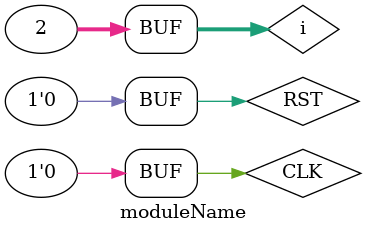
<source format=v>
module moduleName ();

reg CLK;
wire [31:0] OUT;
reg RST;
integer i;
SingleCpu SingleCpu1 (.CLK(CLK), .RST(RST), .OUT(OUT));

initial begin
    RST = 1;
    CLK = 0;
    #50;
    CLK = 1;
    #50
    RST = 0;
    CLK = 0;
    #50
    for(i=0; i<2; i=i+1) begin
        CLK = 1;
        #50
        CLK = 0;
        #50;
    end


end


// always begin
//     #6 CLK=0;
//     #4 CLK=1;
// end

    
endmodule
</source>
